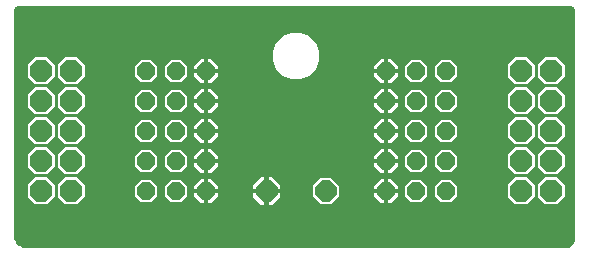
<source format=gbl>
G04 EAGLE Gerber X2 export*
%TF.Part,Single*%
%TF.FileFunction,Other,Bottom Copper*%
%TF.FilePolarity,Positive*%
%TF.GenerationSoftware,Autodesk,EAGLE,8.7.1*%
%TF.CreationDate,2018-04-02T18:11:16Z*%
G75*
%MOMM*%
%FSLAX34Y34*%
%LPD*%
%AMOC8*
5,1,8,0,0,1.08239X$1,22.5*%
G01*
%ADD10P,1.649562X8X22.500000*%
%ADD11P,1.649562X8X202.500000*%
%ADD12P,1.938236X8X112.500000*%
%ADD13P,2.034460X8X112.500000*%
%ADD14P,2.034460X8X292.500000*%

G36*
X469956Y2549D02*
X469956Y2549D01*
X470000Y2546D01*
X471276Y2671D01*
X471552Y2739D01*
X471559Y2742D01*
X471565Y2744D01*
X473924Y3721D01*
X473951Y3737D01*
X473980Y3746D01*
X474044Y3792D01*
X474169Y3865D01*
X474213Y3912D01*
X474254Y3941D01*
X476059Y5746D01*
X476078Y5771D01*
X476101Y5791D01*
X476143Y5858D01*
X476230Y5974D01*
X476253Y6034D01*
X476279Y6076D01*
X477256Y8435D01*
X477327Y8710D01*
X477327Y8718D01*
X477329Y8724D01*
X477454Y10000D01*
X477452Y10057D01*
X477459Y10100D01*
X477459Y203200D01*
X477449Y203276D01*
X477451Y203333D01*
X477340Y204172D01*
X477332Y204202D01*
X477330Y204233D01*
X477303Y204306D01*
X477264Y204446D01*
X477230Y204501D01*
X477213Y204547D01*
X476373Y206001D01*
X476313Y206078D01*
X476260Y206159D01*
X476229Y206185D01*
X476198Y206225D01*
X476058Y206326D01*
X476001Y206373D01*
X474547Y207213D01*
X474519Y207224D01*
X474493Y207242D01*
X474418Y207265D01*
X474284Y207319D01*
X474219Y207326D01*
X474172Y207340D01*
X473333Y207451D01*
X473256Y207450D01*
X473200Y207459D01*
X6800Y207459D01*
X6724Y207449D01*
X6668Y207451D01*
X5828Y207340D01*
X5798Y207332D01*
X5767Y207330D01*
X5694Y207303D01*
X5554Y207264D01*
X5499Y207230D01*
X5453Y207213D01*
X3999Y206373D01*
X3922Y206313D01*
X3841Y206260D01*
X3815Y206229D01*
X3775Y206198D01*
X3674Y206058D01*
X3627Y206001D01*
X2787Y204547D01*
X2776Y204519D01*
X2758Y204493D01*
X2735Y204418D01*
X2681Y204284D01*
X2674Y204219D01*
X2660Y204172D01*
X2549Y203333D01*
X2550Y203256D01*
X2541Y203200D01*
X2541Y12700D01*
X2549Y12644D01*
X2546Y12600D01*
X2721Y10817D01*
X2789Y10540D01*
X2792Y10534D01*
X2794Y10528D01*
X4159Y7231D01*
X4175Y7205D01*
X4184Y7175D01*
X4230Y7111D01*
X4304Y6987D01*
X4307Y6983D01*
X4308Y6981D01*
X4352Y6941D01*
X4379Y6902D01*
X6902Y4379D01*
X6927Y4361D01*
X6947Y4337D01*
X7014Y4295D01*
X7129Y4208D01*
X7189Y4185D01*
X7231Y4159D01*
X10528Y2794D01*
X10803Y2723D01*
X10810Y2723D01*
X10817Y2721D01*
X12600Y2546D01*
X12657Y2548D01*
X12700Y2541D01*
X469900Y2541D01*
X469956Y2549D01*
G37*
%LPC*%
G36*
X237410Y145541D02*
X237410Y145541D01*
X230221Y148519D01*
X224719Y154021D01*
X221741Y161210D01*
X221741Y168990D01*
X224719Y176179D01*
X230221Y181681D01*
X237410Y184659D01*
X245190Y184659D01*
X252379Y181681D01*
X257881Y176179D01*
X260859Y168990D01*
X260859Y161210D01*
X257881Y154021D01*
X252379Y148519D01*
X245190Y145541D01*
X237410Y145541D01*
G37*
%LPD*%
%LPC*%
G36*
X452465Y140969D02*
X452465Y140969D01*
X445769Y147665D01*
X445769Y157135D01*
X452465Y163831D01*
X461935Y163831D01*
X468631Y157135D01*
X468631Y147665D01*
X461935Y140969D01*
X452465Y140969D01*
G37*
%LPD*%
%LPC*%
G36*
X427065Y140969D02*
X427065Y140969D01*
X420369Y147665D01*
X420369Y157135D01*
X427065Y163831D01*
X436535Y163831D01*
X443231Y157135D01*
X443231Y147665D01*
X436535Y140969D01*
X427065Y140969D01*
G37*
%LPD*%
%LPC*%
G36*
X46065Y140969D02*
X46065Y140969D01*
X39369Y147665D01*
X39369Y157135D01*
X46065Y163831D01*
X55535Y163831D01*
X62231Y157135D01*
X62231Y147665D01*
X55535Y140969D01*
X46065Y140969D01*
G37*
%LPD*%
%LPC*%
G36*
X20665Y140969D02*
X20665Y140969D01*
X13969Y147665D01*
X13969Y157135D01*
X20665Y163831D01*
X30135Y163831D01*
X36831Y157135D01*
X36831Y147665D01*
X30135Y140969D01*
X20665Y140969D01*
G37*
%LPD*%
%LPC*%
G36*
X46065Y90169D02*
X46065Y90169D01*
X39369Y96865D01*
X39369Y106335D01*
X46065Y113031D01*
X55535Y113031D01*
X62231Y106335D01*
X62231Y96865D01*
X55535Y90169D01*
X46065Y90169D01*
G37*
%LPD*%
%LPC*%
G36*
X20665Y64769D02*
X20665Y64769D01*
X13969Y71465D01*
X13969Y80935D01*
X20665Y87631D01*
X30135Y87631D01*
X36831Y80935D01*
X36831Y71465D01*
X30135Y64769D01*
X20665Y64769D01*
G37*
%LPD*%
%LPC*%
G36*
X427065Y90169D02*
X427065Y90169D01*
X420369Y96865D01*
X420369Y106335D01*
X427065Y113031D01*
X436535Y113031D01*
X443231Y106335D01*
X443231Y96865D01*
X436535Y90169D01*
X427065Y90169D01*
G37*
%LPD*%
%LPC*%
G36*
X452465Y90169D02*
X452465Y90169D01*
X445769Y96865D01*
X445769Y106335D01*
X452465Y113031D01*
X461935Y113031D01*
X468631Y106335D01*
X468631Y96865D01*
X461935Y90169D01*
X452465Y90169D01*
G37*
%LPD*%
%LPC*%
G36*
X452465Y64769D02*
X452465Y64769D01*
X445769Y71465D01*
X445769Y80935D01*
X452465Y87631D01*
X461935Y87631D01*
X468631Y80935D01*
X468631Y71465D01*
X461935Y64769D01*
X452465Y64769D01*
G37*
%LPD*%
%LPC*%
G36*
X427065Y64769D02*
X427065Y64769D01*
X420369Y71465D01*
X420369Y80935D01*
X427065Y87631D01*
X436535Y87631D01*
X443231Y80935D01*
X443231Y71465D01*
X436535Y64769D01*
X427065Y64769D01*
G37*
%LPD*%
%LPC*%
G36*
X46065Y64769D02*
X46065Y64769D01*
X39369Y71465D01*
X39369Y80935D01*
X46065Y87631D01*
X55535Y87631D01*
X62231Y80935D01*
X62231Y71465D01*
X55535Y64769D01*
X46065Y64769D01*
G37*
%LPD*%
%LPC*%
G36*
X452465Y115569D02*
X452465Y115569D01*
X445769Y122265D01*
X445769Y131735D01*
X452465Y138431D01*
X461935Y138431D01*
X468631Y131735D01*
X468631Y122265D01*
X461935Y115569D01*
X452465Y115569D01*
G37*
%LPD*%
%LPC*%
G36*
X427065Y115569D02*
X427065Y115569D01*
X420369Y122265D01*
X420369Y131735D01*
X427065Y138431D01*
X436535Y138431D01*
X443231Y131735D01*
X443231Y122265D01*
X436535Y115569D01*
X427065Y115569D01*
G37*
%LPD*%
%LPC*%
G36*
X46065Y115569D02*
X46065Y115569D01*
X39369Y122265D01*
X39369Y131735D01*
X46065Y138431D01*
X55535Y138431D01*
X62231Y131735D01*
X62231Y122265D01*
X55535Y115569D01*
X46065Y115569D01*
G37*
%LPD*%
%LPC*%
G36*
X20665Y115569D02*
X20665Y115569D01*
X13969Y122265D01*
X13969Y131735D01*
X20665Y138431D01*
X30135Y138431D01*
X36831Y131735D01*
X36831Y122265D01*
X30135Y115569D01*
X20665Y115569D01*
G37*
%LPD*%
%LPC*%
G36*
X20665Y90169D02*
X20665Y90169D01*
X13969Y96865D01*
X13969Y106335D01*
X20665Y113031D01*
X30135Y113031D01*
X36831Y106335D01*
X36831Y96865D01*
X30135Y90169D01*
X20665Y90169D01*
G37*
%LPD*%
%LPC*%
G36*
X452465Y39369D02*
X452465Y39369D01*
X445769Y46065D01*
X445769Y55535D01*
X452465Y62231D01*
X461935Y62231D01*
X468631Y55535D01*
X468631Y46065D01*
X461935Y39369D01*
X452465Y39369D01*
G37*
%LPD*%
%LPC*%
G36*
X427065Y39369D02*
X427065Y39369D01*
X420369Y46065D01*
X420369Y55535D01*
X427065Y62231D01*
X436535Y62231D01*
X443231Y55535D01*
X443231Y46065D01*
X436535Y39369D01*
X427065Y39369D01*
G37*
%LPD*%
%LPC*%
G36*
X46065Y39369D02*
X46065Y39369D01*
X39369Y46065D01*
X39369Y55535D01*
X46065Y62231D01*
X55535Y62231D01*
X62231Y55535D01*
X62231Y46065D01*
X55535Y39369D01*
X46065Y39369D01*
G37*
%LPD*%
%LPC*%
G36*
X20665Y39369D02*
X20665Y39369D01*
X13969Y46065D01*
X13969Y55535D01*
X20665Y62231D01*
X30135Y62231D01*
X36831Y55535D01*
X36831Y46065D01*
X30135Y39369D01*
X20665Y39369D01*
G37*
%LPD*%
%LPC*%
G36*
X261749Y39814D02*
X261749Y39814D01*
X255314Y46249D01*
X255314Y55351D01*
X261749Y61786D01*
X270851Y61786D01*
X277286Y55351D01*
X277286Y46249D01*
X270851Y39814D01*
X261749Y39814D01*
G37*
%LPD*%
%LPC*%
G36*
X364302Y66547D02*
X364302Y66547D01*
X358647Y72202D01*
X358647Y80198D01*
X364302Y85853D01*
X372298Y85853D01*
X377953Y80198D01*
X377953Y72202D01*
X372298Y66547D01*
X364302Y66547D01*
G37*
%LPD*%
%LPC*%
G36*
X110302Y66547D02*
X110302Y66547D01*
X104647Y72202D01*
X104647Y80198D01*
X110302Y85853D01*
X118298Y85853D01*
X123953Y80198D01*
X123953Y72202D01*
X118298Y66547D01*
X110302Y66547D01*
G37*
%LPD*%
%LPC*%
G36*
X135702Y66547D02*
X135702Y66547D01*
X130047Y72202D01*
X130047Y80198D01*
X135702Y85853D01*
X143698Y85853D01*
X149353Y80198D01*
X149353Y72202D01*
X143698Y66547D01*
X135702Y66547D01*
G37*
%LPD*%
%LPC*%
G36*
X364302Y91947D02*
X364302Y91947D01*
X358647Y97602D01*
X358647Y105598D01*
X364302Y111253D01*
X372298Y111253D01*
X377953Y105598D01*
X377953Y97602D01*
X372298Y91947D01*
X364302Y91947D01*
G37*
%LPD*%
%LPC*%
G36*
X135702Y91947D02*
X135702Y91947D01*
X130047Y97602D01*
X130047Y105598D01*
X135702Y111253D01*
X143698Y111253D01*
X149353Y105598D01*
X149353Y97602D01*
X143698Y91947D01*
X135702Y91947D01*
G37*
%LPD*%
%LPC*%
G36*
X110302Y91947D02*
X110302Y91947D01*
X104647Y97602D01*
X104647Y105598D01*
X110302Y111253D01*
X118298Y111253D01*
X123953Y105598D01*
X123953Y97602D01*
X118298Y91947D01*
X110302Y91947D01*
G37*
%LPD*%
%LPC*%
G36*
X338902Y117347D02*
X338902Y117347D01*
X333247Y123002D01*
X333247Y130998D01*
X338902Y136653D01*
X346898Y136653D01*
X352553Y130998D01*
X352553Y123002D01*
X346898Y117347D01*
X338902Y117347D01*
G37*
%LPD*%
%LPC*%
G36*
X135702Y117347D02*
X135702Y117347D01*
X130047Y123002D01*
X130047Y130998D01*
X135702Y136653D01*
X143698Y136653D01*
X149353Y130998D01*
X149353Y123002D01*
X143698Y117347D01*
X135702Y117347D01*
G37*
%LPD*%
%LPC*%
G36*
X110302Y117347D02*
X110302Y117347D01*
X104647Y123002D01*
X104647Y130998D01*
X110302Y136653D01*
X118298Y136653D01*
X123953Y130998D01*
X123953Y123002D01*
X118298Y117347D01*
X110302Y117347D01*
G37*
%LPD*%
%LPC*%
G36*
X364302Y117347D02*
X364302Y117347D01*
X358647Y123002D01*
X358647Y130998D01*
X364302Y136653D01*
X372298Y136653D01*
X377953Y130998D01*
X377953Y123002D01*
X372298Y117347D01*
X364302Y117347D01*
G37*
%LPD*%
%LPC*%
G36*
X338902Y91947D02*
X338902Y91947D01*
X333247Y97602D01*
X333247Y105598D01*
X338902Y111253D01*
X346898Y111253D01*
X352553Y105598D01*
X352553Y97602D01*
X346898Y91947D01*
X338902Y91947D01*
G37*
%LPD*%
%LPC*%
G36*
X364302Y142747D02*
X364302Y142747D01*
X358647Y148402D01*
X358647Y156398D01*
X364302Y162053D01*
X372298Y162053D01*
X377953Y156398D01*
X377953Y148402D01*
X372298Y142747D01*
X364302Y142747D01*
G37*
%LPD*%
%LPC*%
G36*
X338902Y142747D02*
X338902Y142747D01*
X333247Y148402D01*
X333247Y156398D01*
X338902Y162053D01*
X346898Y162053D01*
X352553Y156398D01*
X352553Y148402D01*
X346898Y142747D01*
X338902Y142747D01*
G37*
%LPD*%
%LPC*%
G36*
X135702Y142747D02*
X135702Y142747D01*
X130047Y148402D01*
X130047Y156398D01*
X135702Y162053D01*
X143698Y162053D01*
X149353Y156398D01*
X149353Y148402D01*
X143698Y142747D01*
X135702Y142747D01*
G37*
%LPD*%
%LPC*%
G36*
X110302Y142747D02*
X110302Y142747D01*
X104647Y148402D01*
X104647Y156398D01*
X110302Y162053D01*
X118298Y162053D01*
X123953Y156398D01*
X123953Y148402D01*
X118298Y142747D01*
X110302Y142747D01*
G37*
%LPD*%
%LPC*%
G36*
X364302Y41147D02*
X364302Y41147D01*
X358647Y46802D01*
X358647Y54798D01*
X364302Y60453D01*
X372298Y60453D01*
X377953Y54798D01*
X377953Y46802D01*
X372298Y41147D01*
X364302Y41147D01*
G37*
%LPD*%
%LPC*%
G36*
X338902Y66547D02*
X338902Y66547D01*
X333247Y72202D01*
X333247Y80198D01*
X338902Y85853D01*
X346898Y85853D01*
X352553Y80198D01*
X352553Y72202D01*
X346898Y66547D01*
X338902Y66547D01*
G37*
%LPD*%
%LPC*%
G36*
X338902Y41147D02*
X338902Y41147D01*
X333247Y46802D01*
X333247Y54798D01*
X338902Y60453D01*
X346898Y60453D01*
X352553Y54798D01*
X352553Y46802D01*
X346898Y41147D01*
X338902Y41147D01*
G37*
%LPD*%
%LPC*%
G36*
X135702Y41147D02*
X135702Y41147D01*
X130047Y46802D01*
X130047Y54798D01*
X135702Y60453D01*
X143698Y60453D01*
X149353Y54798D01*
X149353Y46802D01*
X143698Y41147D01*
X135702Y41147D01*
G37*
%LPD*%
%LPC*%
G36*
X110302Y41147D02*
X110302Y41147D01*
X104647Y46802D01*
X104647Y54798D01*
X110302Y60453D01*
X118298Y60453D01*
X123953Y54798D01*
X123953Y46802D01*
X118298Y41147D01*
X110302Y41147D01*
G37*
%LPD*%
%LPC*%
G36*
X218331Y52831D02*
X218331Y52831D01*
X218331Y62294D01*
X221061Y62294D01*
X227794Y55561D01*
X227794Y52831D01*
X218331Y52831D01*
G37*
%LPD*%
%LPC*%
G36*
X204806Y52831D02*
X204806Y52831D01*
X204806Y55561D01*
X211539Y62294D01*
X214269Y62294D01*
X214269Y52831D01*
X204806Y52831D01*
G37*
%LPD*%
%LPC*%
G36*
X218331Y39306D02*
X218331Y39306D01*
X218331Y48769D01*
X227794Y48769D01*
X227794Y46039D01*
X221061Y39306D01*
X218331Y39306D01*
G37*
%LPD*%
%LPC*%
G36*
X211539Y39306D02*
X211539Y39306D01*
X204806Y46039D01*
X204806Y48769D01*
X214269Y48769D01*
X214269Y39306D01*
X211539Y39306D01*
G37*
%LPD*%
%LPC*%
G36*
X167131Y78231D02*
X167131Y78231D01*
X167131Y86361D01*
X169309Y86361D01*
X175261Y80409D01*
X175261Y78231D01*
X167131Y78231D01*
G37*
%LPD*%
%LPC*%
G36*
X167131Y129031D02*
X167131Y129031D01*
X167131Y137161D01*
X169309Y137161D01*
X175261Y131209D01*
X175261Y129031D01*
X167131Y129031D01*
G37*
%LPD*%
%LPC*%
G36*
X167131Y103631D02*
X167131Y103631D01*
X167131Y111761D01*
X169309Y111761D01*
X175261Y105809D01*
X175261Y103631D01*
X167131Y103631D01*
G37*
%LPD*%
%LPC*%
G36*
X167131Y154431D02*
X167131Y154431D01*
X167131Y162561D01*
X169309Y162561D01*
X175261Y156609D01*
X175261Y154431D01*
X167131Y154431D01*
G37*
%LPD*%
%LPC*%
G36*
X319531Y52831D02*
X319531Y52831D01*
X319531Y60961D01*
X321709Y60961D01*
X327661Y55009D01*
X327661Y52831D01*
X319531Y52831D01*
G37*
%LPD*%
%LPC*%
G36*
X167131Y52831D02*
X167131Y52831D01*
X167131Y60961D01*
X169309Y60961D01*
X175261Y55009D01*
X175261Y52831D01*
X167131Y52831D01*
G37*
%LPD*%
%LPC*%
G36*
X319531Y154431D02*
X319531Y154431D01*
X319531Y162561D01*
X321709Y162561D01*
X327661Y156609D01*
X327661Y154431D01*
X319531Y154431D01*
G37*
%LPD*%
%LPC*%
G36*
X319531Y129031D02*
X319531Y129031D01*
X319531Y137161D01*
X321709Y137161D01*
X327661Y131209D01*
X327661Y129031D01*
X319531Y129031D01*
G37*
%LPD*%
%LPC*%
G36*
X319531Y78231D02*
X319531Y78231D01*
X319531Y86361D01*
X321709Y86361D01*
X327661Y80409D01*
X327661Y78231D01*
X319531Y78231D01*
G37*
%LPD*%
%LPC*%
G36*
X319531Y103631D02*
X319531Y103631D01*
X319531Y111761D01*
X321709Y111761D01*
X327661Y105809D01*
X327661Y103631D01*
X319531Y103631D01*
G37*
%LPD*%
%LPC*%
G36*
X307339Y78231D02*
X307339Y78231D01*
X307339Y80409D01*
X313291Y86361D01*
X315469Y86361D01*
X315469Y78231D01*
X307339Y78231D01*
G37*
%LPD*%
%LPC*%
G36*
X154939Y78231D02*
X154939Y78231D01*
X154939Y80409D01*
X160891Y86361D01*
X163069Y86361D01*
X163069Y78231D01*
X154939Y78231D01*
G37*
%LPD*%
%LPC*%
G36*
X307339Y52831D02*
X307339Y52831D01*
X307339Y55009D01*
X313291Y60961D01*
X315469Y60961D01*
X315469Y52831D01*
X307339Y52831D01*
G37*
%LPD*%
%LPC*%
G36*
X307339Y154431D02*
X307339Y154431D01*
X307339Y156609D01*
X313291Y162561D01*
X315469Y162561D01*
X315469Y154431D01*
X307339Y154431D01*
G37*
%LPD*%
%LPC*%
G36*
X154939Y52831D02*
X154939Y52831D01*
X154939Y55009D01*
X160891Y60961D01*
X163069Y60961D01*
X163069Y52831D01*
X154939Y52831D01*
G37*
%LPD*%
%LPC*%
G36*
X154939Y154431D02*
X154939Y154431D01*
X154939Y156609D01*
X160891Y162561D01*
X163069Y162561D01*
X163069Y154431D01*
X154939Y154431D01*
G37*
%LPD*%
%LPC*%
G36*
X307339Y129031D02*
X307339Y129031D01*
X307339Y131209D01*
X313291Y137161D01*
X315469Y137161D01*
X315469Y129031D01*
X307339Y129031D01*
G37*
%LPD*%
%LPC*%
G36*
X154939Y129031D02*
X154939Y129031D01*
X154939Y131209D01*
X160891Y137161D01*
X163069Y137161D01*
X163069Y129031D01*
X154939Y129031D01*
G37*
%LPD*%
%LPC*%
G36*
X307339Y103631D02*
X307339Y103631D01*
X307339Y105809D01*
X313291Y111761D01*
X315469Y111761D01*
X315469Y103631D01*
X307339Y103631D01*
G37*
%LPD*%
%LPC*%
G36*
X154939Y103631D02*
X154939Y103631D01*
X154939Y105809D01*
X160891Y111761D01*
X163069Y111761D01*
X163069Y103631D01*
X154939Y103631D01*
G37*
%LPD*%
%LPC*%
G36*
X167131Y66039D02*
X167131Y66039D01*
X167131Y74169D01*
X175261Y74169D01*
X175261Y71991D01*
X169309Y66039D01*
X167131Y66039D01*
G37*
%LPD*%
%LPC*%
G36*
X319531Y66039D02*
X319531Y66039D01*
X319531Y74169D01*
X327661Y74169D01*
X327661Y71991D01*
X321709Y66039D01*
X319531Y66039D01*
G37*
%LPD*%
%LPC*%
G36*
X319531Y91439D02*
X319531Y91439D01*
X319531Y99569D01*
X327661Y99569D01*
X327661Y97391D01*
X321709Y91439D01*
X319531Y91439D01*
G37*
%LPD*%
%LPC*%
G36*
X167131Y91439D02*
X167131Y91439D01*
X167131Y99569D01*
X175261Y99569D01*
X175261Y97391D01*
X169309Y91439D01*
X167131Y91439D01*
G37*
%LPD*%
%LPC*%
G36*
X167131Y116839D02*
X167131Y116839D01*
X167131Y124969D01*
X175261Y124969D01*
X175261Y122791D01*
X169309Y116839D01*
X167131Y116839D01*
G37*
%LPD*%
%LPC*%
G36*
X319531Y116839D02*
X319531Y116839D01*
X319531Y124969D01*
X327661Y124969D01*
X327661Y122791D01*
X321709Y116839D01*
X319531Y116839D01*
G37*
%LPD*%
%LPC*%
G36*
X319531Y142239D02*
X319531Y142239D01*
X319531Y150369D01*
X327661Y150369D01*
X327661Y148191D01*
X321709Y142239D01*
X319531Y142239D01*
G37*
%LPD*%
%LPC*%
G36*
X319531Y40639D02*
X319531Y40639D01*
X319531Y48769D01*
X327661Y48769D01*
X327661Y46591D01*
X321709Y40639D01*
X319531Y40639D01*
G37*
%LPD*%
%LPC*%
G36*
X167131Y142239D02*
X167131Y142239D01*
X167131Y150369D01*
X175261Y150369D01*
X175261Y148191D01*
X169309Y142239D01*
X167131Y142239D01*
G37*
%LPD*%
%LPC*%
G36*
X167131Y40639D02*
X167131Y40639D01*
X167131Y48769D01*
X175261Y48769D01*
X175261Y46591D01*
X169309Y40639D01*
X167131Y40639D01*
G37*
%LPD*%
%LPC*%
G36*
X160891Y66039D02*
X160891Y66039D01*
X154939Y71991D01*
X154939Y74169D01*
X163069Y74169D01*
X163069Y66039D01*
X160891Y66039D01*
G37*
%LPD*%
%LPC*%
G36*
X313291Y91439D02*
X313291Y91439D01*
X307339Y97391D01*
X307339Y99569D01*
X315469Y99569D01*
X315469Y91439D01*
X313291Y91439D01*
G37*
%LPD*%
%LPC*%
G36*
X160891Y91439D02*
X160891Y91439D01*
X154939Y97391D01*
X154939Y99569D01*
X163069Y99569D01*
X163069Y91439D01*
X160891Y91439D01*
G37*
%LPD*%
%LPC*%
G36*
X313291Y116839D02*
X313291Y116839D01*
X307339Y122791D01*
X307339Y124969D01*
X315469Y124969D01*
X315469Y116839D01*
X313291Y116839D01*
G37*
%LPD*%
%LPC*%
G36*
X160891Y116839D02*
X160891Y116839D01*
X154939Y122791D01*
X154939Y124969D01*
X163069Y124969D01*
X163069Y116839D01*
X160891Y116839D01*
G37*
%LPD*%
%LPC*%
G36*
X313291Y66039D02*
X313291Y66039D01*
X307339Y71991D01*
X307339Y74169D01*
X315469Y74169D01*
X315469Y66039D01*
X313291Y66039D01*
G37*
%LPD*%
%LPC*%
G36*
X313291Y142239D02*
X313291Y142239D01*
X307339Y148191D01*
X307339Y150369D01*
X315469Y150369D01*
X315469Y142239D01*
X313291Y142239D01*
G37*
%LPD*%
%LPC*%
G36*
X313291Y40639D02*
X313291Y40639D01*
X307339Y46591D01*
X307339Y48769D01*
X315469Y48769D01*
X315469Y40639D01*
X313291Y40639D01*
G37*
%LPD*%
%LPC*%
G36*
X160891Y142239D02*
X160891Y142239D01*
X154939Y148191D01*
X154939Y150369D01*
X163069Y150369D01*
X163069Y142239D01*
X160891Y142239D01*
G37*
%LPD*%
%LPC*%
G36*
X160891Y40639D02*
X160891Y40639D01*
X154939Y46591D01*
X154939Y48769D01*
X163069Y48769D01*
X163069Y40639D01*
X160891Y40639D01*
G37*
%LPD*%
%LPC*%
G36*
X165099Y152399D02*
X165099Y152399D01*
X165099Y152401D01*
X165101Y152401D01*
X165101Y152399D01*
X165099Y152399D01*
G37*
%LPD*%
%LPC*%
G36*
X317499Y76199D02*
X317499Y76199D01*
X317499Y76201D01*
X317501Y76201D01*
X317501Y76199D01*
X317499Y76199D01*
G37*
%LPD*%
%LPC*%
G36*
X165099Y76199D02*
X165099Y76199D01*
X165099Y76201D01*
X165101Y76201D01*
X165101Y76199D01*
X165099Y76199D01*
G37*
%LPD*%
%LPC*%
G36*
X317499Y152399D02*
X317499Y152399D01*
X317499Y152401D01*
X317501Y152401D01*
X317501Y152399D01*
X317499Y152399D01*
G37*
%LPD*%
%LPC*%
G36*
X165099Y101599D02*
X165099Y101599D01*
X165099Y101601D01*
X165101Y101601D01*
X165101Y101599D01*
X165099Y101599D01*
G37*
%LPD*%
%LPC*%
G36*
X165099Y126999D02*
X165099Y126999D01*
X165099Y127001D01*
X165101Y127001D01*
X165101Y126999D01*
X165099Y126999D01*
G37*
%LPD*%
%LPC*%
G36*
X317499Y126999D02*
X317499Y126999D01*
X317499Y127001D01*
X317501Y127001D01*
X317501Y126999D01*
X317499Y126999D01*
G37*
%LPD*%
%LPC*%
G36*
X317499Y101599D02*
X317499Y101599D01*
X317499Y101601D01*
X317501Y101601D01*
X317501Y101599D01*
X317499Y101599D01*
G37*
%LPD*%
%LPC*%
G36*
X317499Y50799D02*
X317499Y50799D01*
X317499Y50801D01*
X317501Y50801D01*
X317501Y50799D01*
X317499Y50799D01*
G37*
%LPD*%
%LPC*%
G36*
X216299Y50799D02*
X216299Y50799D01*
X216299Y50801D01*
X216301Y50801D01*
X216301Y50799D01*
X216299Y50799D01*
G37*
%LPD*%
%LPC*%
G36*
X165099Y50799D02*
X165099Y50799D01*
X165099Y50801D01*
X165101Y50801D01*
X165101Y50799D01*
X165099Y50799D01*
G37*
%LPD*%
D10*
X165100Y152400D03*
X165100Y127000D03*
X165100Y101600D03*
X165100Y76200D03*
X165100Y50800D03*
X139700Y152400D03*
X139700Y127000D03*
X139700Y101600D03*
X139700Y76200D03*
X139700Y50800D03*
D11*
X114300Y50800D03*
X114300Y76200D03*
X114300Y101600D03*
X114300Y127000D03*
X114300Y152400D03*
X317500Y50800D03*
X317500Y76200D03*
X317500Y101600D03*
X317500Y127000D03*
X317500Y152400D03*
X342900Y50800D03*
X342900Y76200D03*
X342900Y101600D03*
X342900Y127000D03*
X342900Y152400D03*
X368300Y50800D03*
X368300Y76200D03*
X368300Y101600D03*
X368300Y127000D03*
X368300Y152400D03*
D12*
X216300Y50800D03*
X266300Y50800D03*
D13*
X50800Y50800D03*
X25400Y50800D03*
X50800Y76200D03*
X25400Y76200D03*
X50800Y101600D03*
X25400Y101600D03*
X50800Y127000D03*
X25400Y127000D03*
X50800Y152400D03*
X25400Y152400D03*
D14*
X431800Y152400D03*
X457200Y152400D03*
X431800Y127000D03*
X457200Y127000D03*
X431800Y101600D03*
X457200Y101600D03*
X431800Y76200D03*
X457200Y76200D03*
X431800Y50800D03*
X457200Y50800D03*
M02*

</source>
